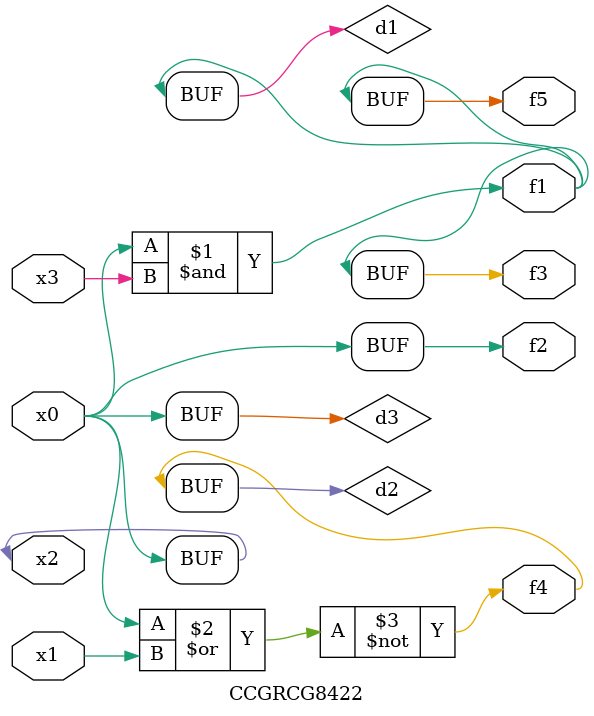
<source format=v>
module CCGRCG8422(
	input x0, x1, x2, x3,
	output f1, f2, f3, f4, f5
);

	wire d1, d2, d3;

	and (d1, x2, x3);
	nor (d2, x0, x1);
	buf (d3, x0, x2);
	assign f1 = d1;
	assign f2 = d3;
	assign f3 = d1;
	assign f4 = d2;
	assign f5 = d1;
endmodule

</source>
